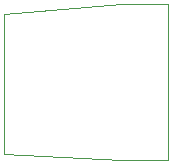
<source format=gbr>
%TF.GenerationSoftware,KiCad,Pcbnew,(5.1.9)-1*%
%TF.CreationDate,2022-11-25T11:31:52-06:00*%
%TF.ProjectId,adapter,61646170-7465-4722-9e6b-696361645f70,rev?*%
%TF.SameCoordinates,Original*%
%TF.FileFunction,Profile,NP*%
%FSLAX46Y46*%
G04 Gerber Fmt 4.6, Leading zero omitted, Abs format (unit mm)*
G04 Created by KiCad (PCBNEW (5.1.9)-1) date 2022-11-25 11:31:52*
%MOMM*%
%LPD*%
G01*
G04 APERTURE LIST*
%TA.AperFunction,Profile*%
%ADD10C,0.050000*%
%TD*%
G04 APERTURE END LIST*
D10*
X144145000Y-101854000D02*
X140208000Y-101854000D01*
X140208000Y-88646000D02*
X144145000Y-88646000D01*
X130302000Y-89535000D02*
X140208000Y-88646000D01*
X130302000Y-101346000D02*
X130302000Y-89535000D01*
X140208000Y-101854000D02*
X130302000Y-101346000D01*
X144145000Y-88646000D02*
X144145000Y-101854000D01*
M02*

</source>
